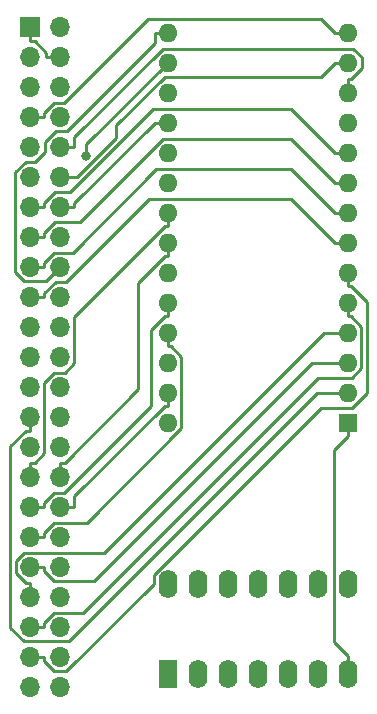
<source format=gbr>
%TF.GenerationSoftware,KiCad,Pcbnew,7.0.5-0*%
%TF.CreationDate,2023-12-18T03:19:46+03:00*%
%TF.ProjectId,zx80-ram-expansion,7a783830-2d72-4616-9d2d-657870616e73,1.0*%
%TF.SameCoordinates,Original*%
%TF.FileFunction,Copper,L2,Bot*%
%TF.FilePolarity,Positive*%
%FSLAX46Y46*%
G04 Gerber Fmt 4.6, Leading zero omitted, Abs format (unit mm)*
G04 Created by KiCad (PCBNEW 7.0.5-0) date 2023-12-18 03:19:46*
%MOMM*%
%LPD*%
G01*
G04 APERTURE LIST*
%TA.AperFunction,ComponentPad*%
%ADD10R,1.600000X1.600000*%
%TD*%
%TA.AperFunction,ComponentPad*%
%ADD11O,1.600000X1.600000*%
%TD*%
%TA.AperFunction,ComponentPad*%
%ADD12R,1.600000X2.400000*%
%TD*%
%TA.AperFunction,ComponentPad*%
%ADD13O,1.600000X2.400000*%
%TD*%
%TA.AperFunction,ComponentPad*%
%ADD14R,1.700000X1.700000*%
%TD*%
%TA.AperFunction,ComponentPad*%
%ADD15O,1.700000X1.700000*%
%TD*%
%TA.AperFunction,ViaPad*%
%ADD16C,0.800000*%
%TD*%
%TA.AperFunction,Conductor*%
%ADD17C,0.250000*%
%TD*%
G04 APERTURE END LIST*
D10*
%TO.P,U2,1,A14*%
%TO.N,GND*%
X137625000Y-104500000D03*
D11*
%TO.P,U2,2,A12*%
%TO.N,A12*%
X137625000Y-101960000D03*
%TO.P,U2,3,A7*%
%TO.N,A7*%
X137625000Y-99420000D03*
%TO.P,U2,4,A6*%
%TO.N,A6*%
X137625000Y-96880000D03*
%TO.P,U2,5,A5*%
%TO.N,A5*%
X137625000Y-94340000D03*
%TO.P,U2,6,A4*%
%TO.N,A4*%
X137625000Y-91800000D03*
%TO.P,U2,7,A3*%
%TO.N,A3*%
X137625000Y-89260000D03*
%TO.P,U2,8,A2*%
%TO.N,A2*%
X137625000Y-86720000D03*
%TO.P,U2,9,A1*%
%TO.N,A1*%
X137625000Y-84180000D03*
%TO.P,U2,10,A0*%
%TO.N,A0*%
X137625000Y-81640000D03*
%TO.P,U2,11,Q0*%
%TO.N,D0*%
X137625000Y-79100000D03*
%TO.P,U2,12,Q1*%
%TO.N,D1*%
X137625000Y-76560000D03*
%TO.P,U2,13,Q2*%
%TO.N,D2*%
X137625000Y-74020000D03*
%TO.P,U2,14,GND*%
%TO.N,GND*%
X137625000Y-71480000D03*
%TO.P,U2,15,Q3*%
%TO.N,D3*%
X122385000Y-71480000D03*
%TO.P,U2,16,Q4*%
%TO.N,D4*%
X122385000Y-74020000D03*
%TO.P,U2,17,Q5*%
%TO.N,D5*%
X122385000Y-76560000D03*
%TO.P,U2,18,Q6*%
%TO.N,D6*%
X122385000Y-79100000D03*
%TO.P,U2,19,Q7*%
%TO.N,D7*%
X122385000Y-81640000D03*
%TO.P,U2,20,~{CS}*%
%TO.N,Net-(U2-~{CS})*%
X122385000Y-84180000D03*
%TO.P,U2,21,A10*%
%TO.N,A10*%
X122385000Y-86720000D03*
%TO.P,U2,22,~{OE}*%
%TO.N,RD*%
X122385000Y-89260000D03*
%TO.P,U2,23,A11*%
%TO.N,A11*%
X122385000Y-91800000D03*
%TO.P,U2,24,A9*%
%TO.N,A9*%
X122385000Y-94340000D03*
%TO.P,U2,25,A8*%
%TO.N,A8*%
X122385000Y-96880000D03*
%TO.P,U2,26,A13*%
%TO.N,A13*%
X122385000Y-99420000D03*
%TO.P,U2,27,~{WE}*%
%TO.N,WR*%
X122385000Y-101960000D03*
%TO.P,U2,28,VCC*%
%TO.N,unconnected-(U2-VCC-Pad28)*%
X122385000Y-104500000D03*
%TD*%
D12*
%TO.P,U1,1*%
%TO.N,MREQ*%
X122375000Y-125825000D03*
D13*
%TO.P,U1,2*%
X124915000Y-125825000D03*
%TO.P,U1,3*%
%TO.N,Net-(U1-Pad3)*%
X127455000Y-125825000D03*
%TO.P,U1,4*%
%TO.N,A14*%
X129995000Y-125825000D03*
%TO.P,U1,5*%
%TO.N,Net-(U1-Pad3)*%
X132535000Y-125825000D03*
%TO.P,U1,6*%
%TO.N,Net-(U2-~{CS})*%
X135075000Y-125825000D03*
%TO.P,U1,7,GND*%
%TO.N,GND*%
X137615000Y-125825000D03*
%TO.P,U1,8*%
%TO.N,unconnected-(U1-Pad8)*%
X137615000Y-118205000D03*
%TO.P,U1,9*%
%TO.N,unconnected-(U1-Pad9)*%
X135075000Y-118205000D03*
%TO.P,U1,10*%
%TO.N,unconnected-(U1-Pad10)*%
X132535000Y-118205000D03*
%TO.P,U1,11*%
%TO.N,unconnected-(U1-Pad11)*%
X129995000Y-118205000D03*
%TO.P,U1,12*%
%TO.N,unconnected-(U1-Pad12)*%
X127455000Y-118205000D03*
%TO.P,U1,13*%
%TO.N,unconnected-(U1-Pad13)*%
X124915000Y-118205000D03*
%TO.P,U1,14,VCC*%
%TO.N,+5V*%
X122375000Y-118205000D03*
%TD*%
D14*
%TO.P,J1,1,Pin_1*%
%TO.N,+5V*%
X110730000Y-71000000D03*
D15*
%TO.P,J1,2,Pin_2*%
%TO.N,D7*%
X113270000Y-71000000D03*
%TO.P,J1,3,Pin_3*%
%TO.N,unconnected-(J1-Pin_3-Pad3)*%
X110730000Y-73540000D03*
%TO.P,J1,4,Pin_4*%
%TO.N,+5V*%
X113270000Y-73540000D03*
%TO.P,J1,5,Pin_5*%
%TO.N,unconnected-(J1-Pin_5-Pad5)*%
X110730000Y-76080000D03*
%TO.P,J1,6,Pin_6*%
%TO.N,unconnected-(J1-Pin_6-Pad6)*%
X113270000Y-76080000D03*
%TO.P,J1,7,Pin_7*%
%TO.N,GND*%
X110730000Y-78620000D03*
%TO.P,J1,8,Pin_8*%
%TO.N,D0*%
X113270000Y-78620000D03*
%TO.P,J1,9,Pin_9*%
%TO.N,GND*%
X110730000Y-81160000D03*
%TO.P,J1,10,Pin_10*%
%TO.N,D1*%
X113270000Y-81160000D03*
%TO.P,J1,11,Pin_11*%
%TO.N,unconnected-(J1-Pin_11-Pad11)*%
X110730000Y-83700000D03*
%TO.P,J1,12,Pin_12*%
%TO.N,D2*%
X113270000Y-83700000D03*
%TO.P,J1,13,Pin_13*%
%TO.N,A0*%
X110730000Y-86240000D03*
%TO.P,J1,14,Pin_14*%
%TO.N,D6*%
X113270000Y-86240000D03*
%TO.P,J1,15,Pin_15*%
%TO.N,A1*%
X110730000Y-88780000D03*
%TO.P,J1,16,Pin_16*%
%TO.N,D5*%
X113270000Y-88780000D03*
%TO.P,J1,17,Pin_17*%
%TO.N,A2*%
X110730000Y-91320000D03*
%TO.P,J1,18,Pin_18*%
%TO.N,D3*%
X113270000Y-91320000D03*
%TO.P,J1,19,Pin_19*%
%TO.N,A3*%
X110730000Y-93860000D03*
%TO.P,J1,20,Pin_20*%
%TO.N,D4*%
X113270000Y-93860000D03*
%TO.P,J1,21,Pin_21*%
%TO.N,unconnected-(J1-Pin_21-Pad21)*%
X110730000Y-96400000D03*
%TO.P,J1,22,Pin_22*%
%TO.N,unconnected-(J1-Pin_22-Pad22)*%
X113270000Y-96400000D03*
%TO.P,J1,23,Pin_23*%
%TO.N,A14*%
X110730000Y-98940000D03*
%TO.P,J1,24,Pin_24*%
%TO.N,unconnected-(J1-Pin_24-Pad24)*%
X113270000Y-98940000D03*
%TO.P,J1,25,Pin_25*%
%TO.N,A13*%
X110730000Y-101480000D03*
%TO.P,J1,26,Pin_26*%
%TO.N,unconnected-(J1-Pin_26-Pad26)*%
X113270000Y-101480000D03*
%TO.P,J1,27,Pin_27*%
%TO.N,A12*%
X110730000Y-104020000D03*
%TO.P,J1,28,Pin_28*%
%TO.N,MREQ*%
X113270000Y-104020000D03*
%TO.P,J1,29,Pin_29*%
%TO.N,A11*%
X110730000Y-106560000D03*
%TO.P,J1,30,Pin_30*%
%TO.N,unconnected-(J1-Pin_30-Pad30)*%
X113270000Y-106560000D03*
%TO.P,J1,31,Pin_31*%
%TO.N,A10*%
X110730000Y-109100000D03*
%TO.P,J1,32,Pin_32*%
%TO.N,RD*%
X113270000Y-109100000D03*
%TO.P,J1,33,Pin_33*%
%TO.N,A9*%
X110730000Y-111640000D03*
%TO.P,J1,34,Pin_34*%
%TO.N,WR*%
X113270000Y-111640000D03*
%TO.P,J1,35,Pin_35*%
%TO.N,A8*%
X110730000Y-114180000D03*
%TO.P,J1,36,Pin_36*%
%TO.N,unconnected-(J1-Pin_36-Pad36)*%
X113270000Y-114180000D03*
%TO.P,J1,37,Pin_37*%
%TO.N,A7*%
X110730000Y-116720000D03*
%TO.P,J1,38,Pin_38*%
%TO.N,unconnected-(J1-Pin_38-Pad38)*%
X113270000Y-116720000D03*
%TO.P,J1,39,Pin_39*%
%TO.N,A6*%
X110730000Y-119260000D03*
%TO.P,J1,40,Pin_40*%
%TO.N,unconnected-(J1-Pin_40-Pad40)*%
X113270000Y-119260000D03*
%TO.P,J1,41,Pin_41*%
%TO.N,A5*%
X110730000Y-121800000D03*
%TO.P,J1,42,Pin_42*%
%TO.N,unconnected-(J1-Pin_42-Pad42)*%
X113270000Y-121800000D03*
%TO.P,J1,43,Pin_43*%
%TO.N,A4*%
X110730000Y-124340000D03*
%TO.P,J1,44,Pin_44*%
%TO.N,unconnected-(J1-Pin_44-Pad44)*%
X113270000Y-124340000D03*
%TO.P,J1,45,Pin_45*%
%TO.N,unconnected-(J1-Pin_45-Pad45)*%
X110730000Y-126880000D03*
%TO.P,J1,46,Pin_46*%
%TO.N,unconnected-(J1-Pin_46-Pad46)*%
X113270000Y-126880000D03*
%TD*%
D16*
%TO.N,D4*%
X115491000Y-81888800D03*
%TD*%
D17*
%TO.N,GND*%
X136498100Y-71480000D02*
X135333500Y-70315400D01*
X135333500Y-70315400D02*
X120699000Y-70315400D01*
X137625000Y-71480000D02*
X136498100Y-71480000D01*
X136424500Y-106827400D02*
X136424500Y-123107600D01*
X137625000Y-104500000D02*
X137625000Y-105626900D01*
X136424500Y-123107600D02*
X137615000Y-124298100D01*
X137615000Y-125825000D02*
X137615000Y-124298100D01*
X137625000Y-105626900D02*
X136424500Y-106827400D01*
X113571300Y-77443100D02*
X112715900Y-77443100D01*
X110730000Y-78620000D02*
X111906900Y-78620000D01*
X120699000Y-70315400D02*
X113571300Y-77443100D01*
X112715900Y-77443100D02*
X111906900Y-78252100D01*
X111906900Y-78252100D02*
X111906900Y-78620000D01*
%TO.N,A12*%
X110730000Y-105196900D02*
X110362200Y-105196900D01*
X109054800Y-121848200D02*
X110200200Y-122993600D01*
X110730000Y-104020000D02*
X110730000Y-105196900D01*
X110200200Y-122993600D02*
X114006400Y-122993600D01*
X109054800Y-106504300D02*
X109054800Y-121848200D01*
X110362200Y-105196900D02*
X109054800Y-106504300D01*
X135040000Y-101960000D02*
X137625000Y-101960000D01*
X114006400Y-122993600D02*
X135040000Y-101960000D01*
%TO.N,A7*%
X116104400Y-117910600D02*
X134595000Y-99420000D01*
X111906900Y-117087800D02*
X112729700Y-117910600D01*
X111906900Y-116720000D02*
X111906900Y-117087800D01*
X110730000Y-116720000D02*
X111906900Y-116720000D01*
X112729700Y-117910600D02*
X116104400Y-117910600D01*
X134595000Y-99420000D02*
X137625000Y-99420000D01*
%TO.N,A6*%
X109542000Y-117262900D02*
X109542000Y-116226800D01*
X110225700Y-115543100D02*
X116956900Y-115543100D01*
X109542000Y-116226800D02*
X110225700Y-115543100D01*
X110730000Y-118083100D02*
X110362200Y-118083100D01*
X135620000Y-96880000D02*
X137625000Y-96880000D01*
X110362200Y-118083100D02*
X109542000Y-117262900D01*
X110730000Y-119260000D02*
X110730000Y-118083100D01*
X116956900Y-115543100D02*
X135620000Y-96880000D01*
%TO.N,A5*%
X135122000Y-100690000D02*
X115188900Y-120623100D01*
X138761700Y-99884100D02*
X137955800Y-100690000D01*
X137625000Y-95466900D02*
X137858500Y-95466900D01*
X111906900Y-121800000D02*
X110730000Y-121800000D01*
X137858500Y-95466900D02*
X138761700Y-96370100D01*
X111906900Y-121432100D02*
X111906900Y-121800000D01*
X112715900Y-120623100D02*
X111906900Y-121432100D01*
X137625000Y-94340000D02*
X137625000Y-95466900D01*
X115188900Y-120623100D02*
X112715900Y-120623100D01*
X138761700Y-96370100D02*
X138761700Y-99884100D01*
X137955800Y-100690000D02*
X135122000Y-100690000D01*
%TO.N,A4*%
X111906900Y-124707800D02*
X112736600Y-125537500D01*
X137858500Y-92926900D02*
X137625000Y-92926900D01*
X137980400Y-103231800D02*
X139241800Y-101970400D01*
X121192100Y-117388500D02*
X135348800Y-103231800D01*
X135348800Y-103231800D02*
X137980400Y-103231800D01*
X139241800Y-101970400D02*
X139241800Y-94310200D01*
X139241800Y-94310200D02*
X137858500Y-92926900D01*
X110730000Y-124340000D02*
X111906900Y-124340000D01*
X121192100Y-118129800D02*
X121192100Y-117388500D01*
X111906900Y-124340000D02*
X111906900Y-124707800D01*
X113784400Y-125537500D02*
X121192100Y-118129800D01*
X137625000Y-91800000D02*
X137625000Y-92926900D01*
X112736600Y-125537500D02*
X113784400Y-125537500D01*
%TO.N,A3*%
X112873100Y-92590000D02*
X113718300Y-92590000D01*
X137625000Y-89260000D02*
X136498100Y-89260000D01*
X111906900Y-93860000D02*
X111906900Y-93556200D01*
X120760200Y-85548100D02*
X132786200Y-85548100D01*
X113718300Y-92590000D02*
X120760200Y-85548100D01*
X110730000Y-93860000D02*
X111906900Y-93860000D01*
X132786200Y-85548100D02*
X136498100Y-89260000D01*
X111906900Y-93556200D02*
X112873100Y-92590000D01*
%TO.N,A2*%
X121415400Y-83051100D02*
X132829200Y-83051100D01*
X114334800Y-90131700D02*
X121415400Y-83051100D01*
X110730000Y-91320000D02*
X111906900Y-91320000D01*
X111906900Y-91320000D02*
X111906900Y-90954200D01*
X137625000Y-86720000D02*
X136498100Y-86720000D01*
X112729400Y-90131700D02*
X114334800Y-90131700D01*
X111906900Y-90954200D02*
X112729400Y-90131700D01*
X132829200Y-83051100D02*
X136498100Y-86720000D01*
%TO.N,A1*%
X121942100Y-80478500D02*
X132796600Y-80478500D01*
X137625000Y-84180000D02*
X136498100Y-84180000D01*
X111906900Y-88464300D02*
X112861200Y-87510000D01*
X132796600Y-80478500D02*
X136498100Y-84180000D01*
X111906900Y-88780000D02*
X111906900Y-88464300D01*
X112861200Y-87510000D02*
X114910600Y-87510000D01*
X114910600Y-87510000D02*
X121942100Y-80478500D01*
X110730000Y-88780000D02*
X111906900Y-88780000D01*
%TO.N,A0*%
X117696500Y-81327100D02*
X117696500Y-81345001D01*
X121097100Y-77926500D02*
X117696500Y-81327100D01*
X111906900Y-86240000D02*
X110730000Y-86240000D01*
X114071501Y-84970000D02*
X112811100Y-84970000D01*
X111906900Y-85874200D02*
X111906900Y-86240000D01*
X137625000Y-81640000D02*
X136498100Y-81640000D01*
X132784600Y-77926500D02*
X121097100Y-77926500D01*
X117696500Y-81345001D02*
X114071501Y-84970000D01*
X136498100Y-81640000D02*
X132784600Y-77926500D01*
X112811100Y-84970000D02*
X111906900Y-85874200D01*
%TO.N,D1*%
X114446900Y-80350900D02*
X121959200Y-72838600D01*
X113270000Y-81160000D02*
X114446900Y-81160000D01*
X121959200Y-72838600D02*
X138067000Y-72838600D01*
X138796400Y-74495200D02*
X137858500Y-75433100D01*
X138067000Y-72838600D02*
X138796400Y-73568000D01*
X114446900Y-81160000D02*
X114446900Y-80350900D01*
X137858500Y-75433100D02*
X137625000Y-75433100D01*
X137625000Y-76560000D02*
X137625000Y-75433100D01*
X138796400Y-73568000D02*
X138796400Y-74495200D01*
%TO.N,D2*%
X137625000Y-74020000D02*
X136498100Y-74020000D01*
X118000000Y-80387204D02*
X117246500Y-81140704D01*
X117246500Y-81140704D02*
X117246500Y-81158605D01*
X122135000Y-75204900D02*
X118000000Y-79339900D01*
X114705105Y-83700000D02*
X113270000Y-83700000D01*
X135313200Y-75204900D02*
X122135000Y-75204900D01*
X117246500Y-81158605D02*
X114705105Y-83700000D01*
X118000000Y-79339900D02*
X118000000Y-80387204D01*
X136498100Y-74020000D02*
X135313200Y-75204900D01*
%TO.N,D3*%
X109471800Y-83291900D02*
X110333700Y-82430000D01*
X112000000Y-80729100D02*
X112932200Y-79796900D01*
X122385000Y-71480000D02*
X121258100Y-71480000D01*
X110333700Y-82430000D02*
X111160900Y-82430000D01*
X109471800Y-91742100D02*
X109471800Y-83291900D01*
X112080800Y-92509200D02*
X110238900Y-92509200D01*
X113820600Y-79796900D02*
X121258100Y-72359400D01*
X113270000Y-91320000D02*
X112080800Y-92509200D01*
X121258100Y-72359400D02*
X121258100Y-71480000D01*
X112932200Y-79796900D02*
X113820600Y-79796900D01*
X112000000Y-81590900D02*
X112000000Y-80729100D01*
X110238900Y-92509200D02*
X109471800Y-91742100D01*
X111160900Y-82430000D02*
X112000000Y-81590900D01*
%TO.N,D4*%
X122385000Y-74020000D02*
X115491100Y-80913900D01*
X115491100Y-81888800D02*
X115491000Y-81888800D01*
X115491100Y-80913900D02*
X115491100Y-81888800D01*
%TO.N,D6*%
X113270000Y-86240000D02*
X114446900Y-86240000D01*
X114446900Y-86240000D02*
X114446900Y-85911200D01*
X114446900Y-85911200D02*
X121258100Y-79100000D01*
X122385000Y-79100000D02*
X121258100Y-79100000D01*
%TO.N,A10*%
X111097900Y-107923100D02*
X110730000Y-107923100D01*
X111906900Y-101178700D02*
X111906900Y-107114100D01*
X112782500Y-100303100D02*
X111906900Y-101178700D01*
X114446900Y-99492000D02*
X113635800Y-100303100D01*
X122385000Y-86720000D02*
X122385000Y-87846900D01*
X110730000Y-109100000D02*
X110730000Y-107923100D01*
X111906900Y-107114100D02*
X111097900Y-107923100D01*
X113635800Y-100303100D02*
X112782500Y-100303100D01*
X114446900Y-95551500D02*
X114446900Y-99492000D01*
X122151500Y-87846900D02*
X114446900Y-95551500D01*
X122385000Y-87846900D02*
X122151500Y-87846900D01*
%TO.N,+5V*%
X112093100Y-73172200D02*
X111097800Y-72176900D01*
X113270000Y-73540000D02*
X112093100Y-73540000D01*
X111097800Y-72176900D02*
X110730000Y-72176900D01*
X112093100Y-73540000D02*
X112093100Y-73172200D01*
X110730000Y-71000000D02*
X110730000Y-72176900D01*
%TO.N,A9*%
X122151500Y-95466900D02*
X122385000Y-95466900D01*
X122385000Y-94340000D02*
X122385000Y-95466900D01*
X112715900Y-110463100D02*
X113595800Y-110463100D01*
X120970400Y-96648000D02*
X122151500Y-95466900D01*
X110730000Y-111640000D02*
X111906900Y-111640000D01*
X113595800Y-110463100D02*
X120970400Y-103088500D01*
X111906900Y-111640000D02*
X111906900Y-111272100D01*
X120970400Y-103088500D02*
X120970400Y-96648000D01*
X111906900Y-111272100D02*
X112715900Y-110463100D01*
%TO.N,A8*%
X122618500Y-98006900D02*
X123534400Y-98922800D01*
X122385000Y-98006900D02*
X122618500Y-98006900D01*
X110730000Y-114180000D02*
X111906900Y-114180000D01*
X123534400Y-98922800D02*
X123534400Y-104966000D01*
X111906900Y-113812100D02*
X111906900Y-114180000D01*
X122385000Y-96880000D02*
X122385000Y-98006900D01*
X115497300Y-113003100D02*
X112715900Y-113003100D01*
X123534400Y-104966000D02*
X115497300Y-113003100D01*
X112715900Y-113003100D02*
X111906900Y-113812100D01*
%TO.N,RD*%
X113270000Y-107923100D02*
X113637800Y-107923100D01*
X119867400Y-92671000D02*
X122151500Y-90386900D01*
X113637800Y-107923100D02*
X119867400Y-101693500D01*
X122151500Y-90386900D02*
X122385000Y-90386900D01*
X119867400Y-101693500D02*
X119867400Y-92671000D01*
X113270000Y-109100000D02*
X113270000Y-107923100D01*
X122385000Y-89260000D02*
X122385000Y-90386900D01*
%TO.N,WR*%
X113270000Y-111640000D02*
X114446900Y-111640000D01*
X114446900Y-111640000D02*
X114446900Y-110744000D01*
X114446900Y-110744000D02*
X122104000Y-103086900D01*
X122104000Y-103086900D02*
X122385000Y-103086900D01*
X122385000Y-101960000D02*
X122385000Y-103086900D01*
%TD*%
M02*

</source>
